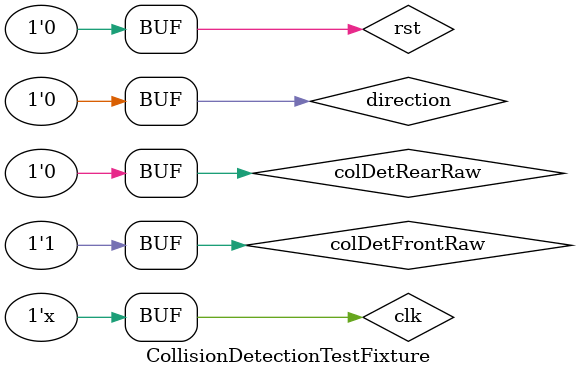
<source format=v>
`timescale 1ns / 1ps


module CollisionDetectionTestFixture;

	// Inputs
	reg clk;
	reg rst;
	reg direction;
	reg colDetFrontRaw;
	reg colDetRearRaw;

	// Outputs
	wire led1;
	wire led2;
	wire led3;
	wire colDetect;

	// Instantiate the Unit Under Test (UUT)
	CollisionDetection uut (
		.clk(clk), 
		.rst(rst), 
		.direction(direction), 
		.colDetFrontRaw(colDetFrontRaw), 
		.colDetRearRaw(colDetRearRaw), 
		.led1(led1), 
		.led2(led2), 
		.led3(led3), 
		.colDetect(colDetect)
	);

	initial begin
		// Initialize Inputs
		clk = 0;
		rst = 0;
		
		
		direction = 0;
		colDetFrontRaw = 0;
		colDetRearRaw = 0;
		#10000;
		
		direction = 0;
		colDetFrontRaw = 0;
		colDetRearRaw = 1;
		#10000;
		
		direction = 0;
		colDetFrontRaw = 0;
		colDetRearRaw = 0;
		#10000;
		
		direction = 0;
		colDetFrontRaw = 1;
		colDetRearRaw = 0;
		#10000;
        
		// Add stimulus here

	end
	
	always begin
		#20 clk = ~clk;
	end
      
endmodule


</source>
